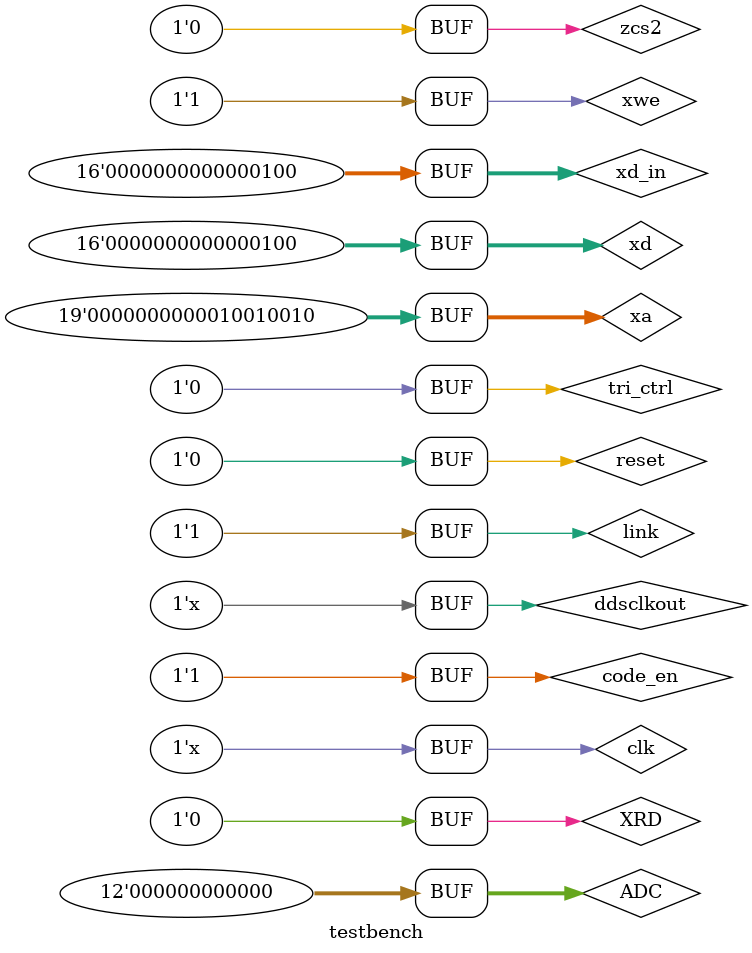
<source format=v>


`timescale 1ns/1ps

module testbench;

reg  zcs2;
reg  xwe;
reg  clk;
reg  ddsclkout;
reg  tri_ctrl;
reg  reset;
reg  [18:0] xa;
reg code_en;
reg[11:0] ADC;
reg XRD;

wire  [15:0] xd;

//wire ddsfqud;
//wire ddsreset;
//wire ddswclk;
//wire ddsdata;

wire GLA;
wire rt_sw;
wire soft_dump;
wire sw_acq1;
wire sw_acq2;
wire pulse_start;
wire pd_pulse_en;
wire Q1Q8;
wire Q3Q6;
wire Q4Q5;
wire Q2Q7;
wire dumpon;
wire dumpoff;
wire calcuinter;
wire sigtimeup;
//wire k1;
//wire k2;
wire Acq_clk;
wire sd_acq_en;
wire s_acq180;
//wire relayclose_on;
wire cal_out;
wire interupt;



reg link;
reg [15:0] xd_in;
assign xd=link?xd_in:16'bzzzzzzzzzzzzzzzz;

initial
    begin
      zcs2 = 1'b0 ;              //0ÓÐÐ§
      xwe = 1'b0;                //ÉÏÉýÑØ¼ì²âµçÂ·
      clk = 1'b0;
      ddsclkout = 1'b0;
      tri_ctrl = 1'b0;           //0ÓÐÐ§
      reset = 1;
      link = 1;
      xa = 19'd0;
      xd_in = 16'd0;
      code_en = 1'b0;

      XRD = 1'b0;
      ADC = 12'd0;
    end

initial
    begin
      #500
        reset = 0;
      #500
        zcs2 = 1'b0 ;
        xwe = 1'b1;                //ÉÏÉýÑØ¼ì²âµçÂ·
        tri_ctrl = 1'b0;
        code_en = 1'b1;
      
      #50
        xa = 'h000C;               //¸´Î»scantop
      #50
        xa = 'h000D;               //¸´Î»½áÊøscantop
      #50
        xa = 'h000F;               //noiseÆô¶¯¹Ø±Õ
      #50
        xa = 'h009B;               //noise Êý¾Ý×°ÔØ¹Ø±Õ
      #50
        xa = 'h0068;               //bridge_load¸´Î»
      #50
        xa = 'h006A;               //dump_load¸´Î»
/***************************×°ÔØËùÓÐnoise×´Ì¬»ú²ÎÊý*********************************/
      #50
        xa = 'h0099;
        xd_in = 16'd0;
      #50
        xa = 'h009C;
        xd_in = 16'd6000;    //plusetime90
      #50
        xa = 'h009A;       //Ê¹ÄÜload
      #50
        xa = 'h009B;       //È¡Ïûload

      #50
        xa = 'h0098;
        xd_in = 16'd0;
      #50
        xa = 'h009C;
        xd_in = 16'd21000;    //plusetime90
      #50
        xa = 'h009A;       //Ê¹ÄÜload
      #50
        xa = 'h009B;       //È¡Ïûload



/*************************************×°ÔØdump²ÎÊý*************************************/
      #50
        xa = 'h0071;
        xd_in = 16'd0;
      #50
        xa = 'h0072;
        xd_in = 16'd280;    //
      #50
        xa = 'h0069;     //Ê¹ÄÜload
      #50
        xa = 'h006A;     //È¡Ïûload

      #50
        xa = 'h0071;
        xd_in = 16'd1;
      #50
        xa = 'h0072;
        xd_in = 16'd380;    //
      #50
        xa = 'h0069;     //Ê¹ÄÜload
      #50
        xa = 'h006A;     //È¡Ïûload

      #50
        xa = 'h0071;
        xd_in = 16'd2;
      #50
        xa = 'h0072;
        xd_in = 16'd660;    //
      #50
        xa = 'h0069;     //Ê¹ÄÜload
      #50
        xa = 'h006A;     //È¡Ïûload

      #50
        xa = 'h0071;
        xd_in = 16'd3;
      #50
        xa = 'h0072;
        xd_in = 16'd760;    //
      #50
        xa = 'h0069;     //Ê¹ÄÜload
      #50
        xa = 'h006A;     //È¡Ïûload

      #50
        xa = 'h0071;
        xd_in = 16'd4;
      #50
        xa = 'h0072;
        xd_in = 16'd1040;    //
      #50
        xa = 'h0069;     //Ê¹ÄÜload
      #50
        xa = 'h006A;     //È¡Ïûload

      #50
        xa = 'h0071;
        xd_in = 16'd5;
      #50
        xa = 'h0072;
        xd_in = 16'd3040;    //
      #50
        xa = 'h0069;     //Ê¹ÄÜload
      #50
        xa = 'h006A;     //È¡Ïûload


/****************************functionparts ²ÎÊý*********************************/
      #50
        xa = 'h0023;
        xd_in = 16'd300;
      #50
        xa = 'h0021;     //Ê¹ÄÜload
      #50
        xa = 'h0022;     //È¡Ïûload

      #50
        xa = 'h0024;
        xd_in = 16'd330;
      #50
        xa = 'h0021;     //Ê¹ÄÜload
      #50
        xa = 'h0022;     //È¡Ïûload

/************************************¿ª¹Ø¿ØÖÆ***********************************/
      #50
        xa = 'h0060;     //Mode = 00100
        xd_in = 16'd4;
/************************************Æô¶¯***********************************/
      #50
        xa = 'h000E;     //Æô¶¯

      #50
        xa = 'h009D;     //Æô¶¯  clk_en

/************************************Æô¶¯³¤¶¨Ê±********************************/
      #50
        xa = 'h0091;
      
      #1000000
        xa = 'h0092;

    end
       

always 
    #17.635 ddsclkout <= !ddsclkout; // ÉèÖÃ¹¤×÷ÆµÂÊ886KHz£¬ddsÊ±ÖÓ28.352MHz
always 
    #12.5 clk <= !clk;

NMR_TOP NMR_TOP_0
(
.zcs2(zcs2),
.xwe(xwe),
.OCX40MHz(clk),
.GLA(GLA),
.ddsclkout(ddsclkout),
.tri_ctrl(tri_ctrl),
.gpio(reset),
.xa(xa),
.xd(xd),
.code_en(code_en),
.ADC(ADC),
.XRD(XRD),

//.ddsfqud(ddsfqud),
//.ddsreset(ddsreset),
//.ddswclk(ddswclk),
//.ddsdata(ddsdata),
.rt_sw(rt_sw),
.soft_dump(soft_dump),
.sw_acq1(sw_acq1),
.sw_acq2(sw_acq2),
.pulse_start(pulse_start),
.pd_pulse_en(pd_pulse_en),
.Q1Q8(Q1Q8),
.Q3Q6(Q3Q6),
.Q4Q5(Q4Q5),
.Q2Q7(Q2Q7),
.dumpon(dumpon),
.dumpoff(dumpoff),
.calcuinter(calcuinter),
.sigtimeup(sigtimeup),
//.k1(k1),
//.k2(k2),
.Acq_clk(Acq_clk),
.sd_acq_en(sd_acq_en),
.s_acq180(s_acq180),
//.relayclose_on(relayclose_on),
.cal_out(cal_out),
.interupt(interupt)
);

endmodule
</source>
